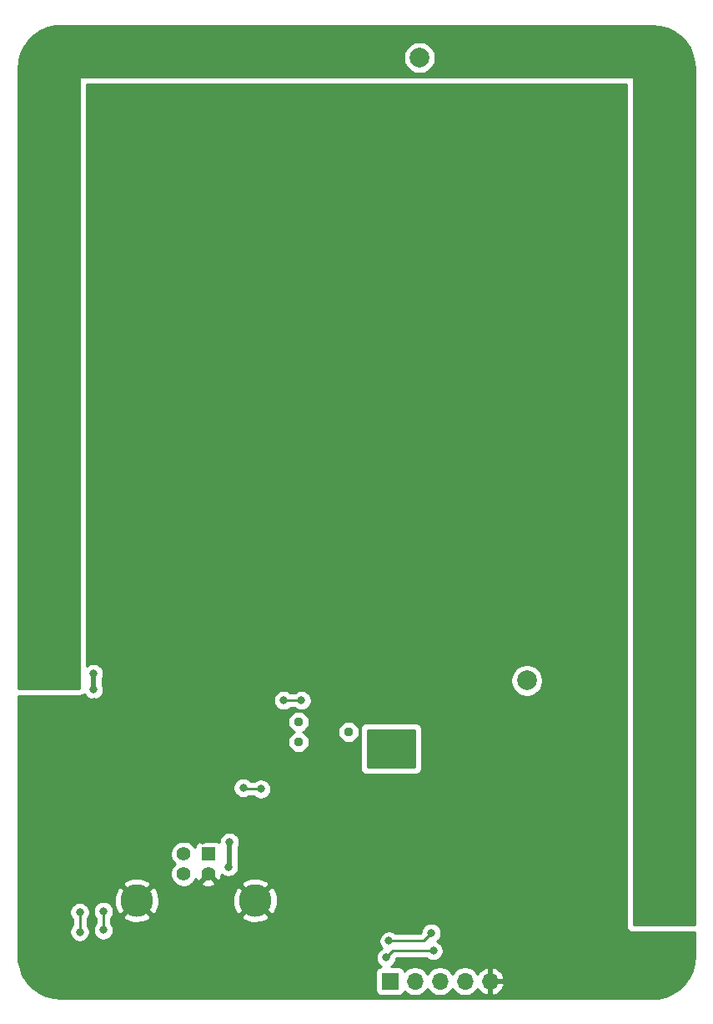
<source format=gbr>
%TF.GenerationSoftware,KiCad,Pcbnew,5.1.6-1.fc32*%
%TF.CreationDate,2020-11-21T02:42:39+01:00*%
%TF.ProjectId,christmas-card,63687269-7374-46d6-9173-2d636172642e,rev?*%
%TF.SameCoordinates,Original*%
%TF.FileFunction,Copper,L2,Bot*%
%TF.FilePolarity,Positive*%
%FSLAX46Y46*%
G04 Gerber Fmt 4.6, Leading zero omitted, Abs format (unit mm)*
G04 Created by KiCad (PCBNEW 5.1.6-1.fc32) date 2020-11-21 02:42:39*
%MOMM*%
%LPD*%
G01*
G04 APERTURE LIST*
%TA.AperFunction,ComponentPad*%
%ADD10C,2.000000*%
%TD*%
%TA.AperFunction,ComponentPad*%
%ADD11C,3.316000*%
%TD*%
%TA.AperFunction,ComponentPad*%
%ADD12C,1.408000*%
%TD*%
%TA.AperFunction,ComponentPad*%
%ADD13R,1.408000X1.408000*%
%TD*%
%TA.AperFunction,ComponentPad*%
%ADD14O,1.700000X1.700000*%
%TD*%
%TA.AperFunction,ComponentPad*%
%ADD15R,1.700000X1.700000*%
%TD*%
%TA.AperFunction,ComponentPad*%
%ADD16C,0.949960*%
%TD*%
%TA.AperFunction,ViaPad*%
%ADD17C,0.800000*%
%TD*%
%TA.AperFunction,Conductor*%
%ADD18C,0.500000*%
%TD*%
%TA.AperFunction,Conductor*%
%ADD19C,0.250000*%
%TD*%
%TA.AperFunction,Conductor*%
%ADD20C,0.254000*%
%TD*%
G04 APERTURE END LIST*
D10*
%TO.P,TP4,1*%
%TO.N,Net-(D29-Pad2)*%
X152300000Y-137100000D03*
%TD*%
%TO.P,TP1,1*%
%TO.N,/LED_CHAIN*%
X141400000Y-73900000D03*
%TD*%
D11*
%TO.P,J2,S2*%
%TO.N,GND*%
X124720000Y-159400000D03*
%TO.P,J2,S1*%
X112680000Y-159400000D03*
D12*
%TO.P,J2,4*%
X119950000Y-156700000D03*
%TO.P,J2,3*%
%TO.N,/USB_D+*%
X117450000Y-156700000D03*
%TO.P,J2,2*%
%TO.N,/USB_D-*%
X117450000Y-154700000D03*
D13*
%TO.P,J2,1*%
%TO.N,+5V*%
X119950000Y-154700000D03*
%TD*%
D14*
%TO.P,J3,5*%
%TO.N,GND*%
X148560000Y-167600000D03*
%TO.P,J3,4*%
%TO.N,/i2c_SDA*%
X146020000Y-167600000D03*
%TO.P,J3,3*%
%TO.N,/i2c_SCL*%
X143480000Y-167600000D03*
%TO.P,J3,2*%
%TO.N,+3V3*%
X140940000Y-167600000D03*
D15*
%TO.P,J3,1*%
%TO.N,+5V*%
X138400000Y-167600000D03*
%TD*%
D16*
%TO.P,J1,0*%
%TO.N,N/C*%
X129120000Y-141284000D03*
X129120000Y-143316000D03*
X134200000Y-142300000D03*
%TD*%
D17*
%TO.N,+3V3*%
X122100000Y-153500000D03*
%TO.N,+5V*%
X137000000Y-143000000D03*
X137000000Y-144000000D03*
X137000000Y-145000000D03*
%TO.N,GND*%
X105400000Y-146400000D03*
X105800000Y-148600000D03*
X108400000Y-139300000D03*
X133500000Y-132400000D03*
X149500000Y-132400000D03*
X157500000Y-132400000D03*
X117500000Y-132500000D03*
X125500000Y-132400000D03*
X125500000Y-116300000D03*
X140100000Y-117600000D03*
X148000000Y-117600000D03*
X135900000Y-109600000D03*
X144000000Y-109600000D03*
X125500000Y-100300000D03*
X131800000Y-101600000D03*
X140000000Y-101600000D03*
X148100000Y-101600000D03*
X128000000Y-93600000D03*
X136100000Y-93600000D03*
X144100000Y-93600000D03*
X133500000Y-84400000D03*
X141500000Y-84400000D03*
X139000000Y-77600000D03*
X153500000Y-124200000D03*
X144000000Y-125700000D03*
X136000000Y-125700000D03*
X128000000Y-125600000D03*
X120000000Y-125600000D03*
X131660000Y-140040000D03*
X135200000Y-152300000D03*
X136300000Y-152300000D03*
X137400000Y-152300000D03*
X137500000Y-153500000D03*
X137500000Y-154900000D03*
X119400000Y-153300000D03*
X131000000Y-147900000D03*
X133400000Y-148000002D03*
X141450012Y-132449988D03*
X133500000Y-116525010D03*
X129449990Y-108450000D03*
X116200002Y-136600000D03*
X123200000Y-136600000D03*
X127300000Y-143400000D03*
X102800000Y-147900000D03*
X105700000Y-144400000D03*
X125300000Y-141599996D03*
X157800000Y-165100000D03*
X160400000Y-168500000D03*
X158100000Y-160700000D03*
%TO.N,+5V*%
X140000000Y-143000000D03*
X140000000Y-144000000D03*
X140000000Y-145000000D03*
X165000000Y-128000000D03*
X165100000Y-120000000D03*
X165200000Y-112500000D03*
X165100000Y-104200000D03*
X165300000Y-88600000D03*
X105200000Y-90400000D03*
X105200000Y-98300000D03*
X105300000Y-114400000D03*
X105300000Y-122300000D03*
X105400000Y-130600000D03*
X166900000Y-128000000D03*
X167000000Y-120000000D03*
X166900000Y-112500000D03*
X166400000Y-104200000D03*
X164000000Y-143000000D03*
X166000000Y-143000000D03*
X166000000Y-144000000D03*
X164000000Y-144000000D03*
X164000000Y-145000000D03*
X166000000Y-145000000D03*
X165000000Y-96400000D03*
X166600000Y-96400000D03*
X105600000Y-106400000D03*
X135737777Y-73713097D03*
X128600000Y-74174990D03*
%TO.N,+3V3*%
X108300000Y-136400000D03*
X108300000Y-138025000D03*
X122000000Y-156000000D03*
%TO.N,/~RST*%
X129400000Y-139100000D03*
X127598959Y-139098959D03*
%TO.N,/SWCLK*%
X125300000Y-148100000D03*
X123500000Y-147975000D03*
%TO.N,/i2c_SDA*%
X142800000Y-164500000D03*
X106900000Y-162599998D03*
X106900000Y-160600000D03*
X138000000Y-165200000D03*
%TO.N,/i2c_SCL*%
X138300000Y-163499994D03*
X109300000Y-162400002D03*
X109300000Y-160499989D03*
X142600000Y-162700000D03*
%TD*%
D18*
%TO.N,+3V3*%
X108300000Y-136400000D02*
X108300000Y-138025000D01*
X122100000Y-155900000D02*
X122000000Y-156000000D01*
X122100000Y-153500000D02*
X122100000Y-155900000D01*
D19*
%TO.N,/~RST*%
X129400000Y-139100000D02*
X127600000Y-139100000D01*
X127600000Y-139100000D02*
X127598959Y-139098959D01*
%TO.N,/SWCLK*%
X125300000Y-148100000D02*
X123600000Y-148100000D01*
X123500000Y-148000000D02*
X123500000Y-147975000D01*
X123600000Y-148100000D02*
X123500000Y-148000000D01*
%TO.N,/i2c_SDA*%
X106900000Y-162599998D02*
X106900000Y-160600000D01*
X142800000Y-164500000D02*
X138700000Y-164500000D01*
X138700000Y-164500000D02*
X138000000Y-165200000D01*
%TO.N,/i2c_SCL*%
X109300000Y-160499989D02*
X109300000Y-162400002D01*
X138300000Y-163499994D02*
X141800006Y-163499994D01*
X141800006Y-163499994D02*
X142600000Y-162700000D01*
%TD*%
D20*
%TO.N,+5V*%
G36*
X165768083Y-70731173D02*
G01*
X166511891Y-70934656D01*
X167207905Y-71266638D01*
X167834130Y-71716626D01*
X168370777Y-72270403D01*
X168800871Y-72910451D01*
X169110829Y-73616553D01*
X169292065Y-74371457D01*
X169340000Y-75024207D01*
X169340001Y-161873000D01*
X163127000Y-161873000D01*
X163127000Y-76000000D01*
X163124560Y-75975224D01*
X163117333Y-75951399D01*
X163105597Y-75929443D01*
X163089803Y-75910197D01*
X163070557Y-75894403D01*
X163048601Y-75882667D01*
X163024776Y-75875440D01*
X163000000Y-75873000D01*
X107000000Y-75873000D01*
X106975224Y-75875440D01*
X106951399Y-75882667D01*
X106929443Y-75894403D01*
X106910197Y-75910197D01*
X106894403Y-75929443D01*
X106882667Y-75951399D01*
X106875440Y-75975224D01*
X106873000Y-76000000D01*
X106873000Y-137873000D01*
X100660000Y-137873000D01*
X100660000Y-75029392D01*
X100731173Y-74231917D01*
X100866028Y-73738967D01*
X139765000Y-73738967D01*
X139765000Y-74061033D01*
X139827832Y-74376912D01*
X139951082Y-74674463D01*
X140130013Y-74942252D01*
X140357748Y-75169987D01*
X140625537Y-75348918D01*
X140923088Y-75472168D01*
X141238967Y-75535000D01*
X141561033Y-75535000D01*
X141876912Y-75472168D01*
X142174463Y-75348918D01*
X142442252Y-75169987D01*
X142669987Y-74942252D01*
X142848918Y-74674463D01*
X142972168Y-74376912D01*
X143035000Y-74061033D01*
X143035000Y-73738967D01*
X142972168Y-73423088D01*
X142848918Y-73125537D01*
X142669987Y-72857748D01*
X142442252Y-72630013D01*
X142174463Y-72451082D01*
X141876912Y-72327832D01*
X141561033Y-72265000D01*
X141238967Y-72265000D01*
X140923088Y-72327832D01*
X140625537Y-72451082D01*
X140357748Y-72630013D01*
X140130013Y-72857748D01*
X139951082Y-73125537D01*
X139827832Y-73423088D01*
X139765000Y-73738967D01*
X100866028Y-73738967D01*
X100934656Y-73488109D01*
X101266638Y-72792095D01*
X101716626Y-72165870D01*
X102270403Y-71629223D01*
X102910451Y-71199129D01*
X103616553Y-70889171D01*
X104371457Y-70707935D01*
X105024207Y-70660000D01*
X164970608Y-70660000D01*
X165768083Y-70731173D01*
G37*
X165768083Y-70731173D02*
X166511891Y-70934656D01*
X167207905Y-71266638D01*
X167834130Y-71716626D01*
X168370777Y-72270403D01*
X168800871Y-72910451D01*
X169110829Y-73616553D01*
X169292065Y-74371457D01*
X169340000Y-75024207D01*
X169340001Y-161873000D01*
X163127000Y-161873000D01*
X163127000Y-76000000D01*
X163124560Y-75975224D01*
X163117333Y-75951399D01*
X163105597Y-75929443D01*
X163089803Y-75910197D01*
X163070557Y-75894403D01*
X163048601Y-75882667D01*
X163024776Y-75875440D01*
X163000000Y-75873000D01*
X107000000Y-75873000D01*
X106975224Y-75875440D01*
X106951399Y-75882667D01*
X106929443Y-75894403D01*
X106910197Y-75910197D01*
X106894403Y-75929443D01*
X106882667Y-75951399D01*
X106875440Y-75975224D01*
X106873000Y-76000000D01*
X106873000Y-137873000D01*
X100660000Y-137873000D01*
X100660000Y-75029392D01*
X100731173Y-74231917D01*
X100866028Y-73738967D01*
X139765000Y-73738967D01*
X139765000Y-74061033D01*
X139827832Y-74376912D01*
X139951082Y-74674463D01*
X140130013Y-74942252D01*
X140357748Y-75169987D01*
X140625537Y-75348918D01*
X140923088Y-75472168D01*
X141238967Y-75535000D01*
X141561033Y-75535000D01*
X141876912Y-75472168D01*
X142174463Y-75348918D01*
X142442252Y-75169987D01*
X142669987Y-74942252D01*
X142848918Y-74674463D01*
X142972168Y-74376912D01*
X143035000Y-74061033D01*
X143035000Y-73738967D01*
X142972168Y-73423088D01*
X142848918Y-73125537D01*
X142669987Y-72857748D01*
X142442252Y-72630013D01*
X142174463Y-72451082D01*
X141876912Y-72327832D01*
X141561033Y-72265000D01*
X141238967Y-72265000D01*
X140923088Y-72327832D01*
X140625537Y-72451082D01*
X140357748Y-72630013D01*
X140130013Y-72857748D01*
X139951082Y-73125537D01*
X139827832Y-73423088D01*
X139765000Y-73738967D01*
X100866028Y-73738967D01*
X100934656Y-73488109D01*
X101266638Y-72792095D01*
X101716626Y-72165870D01*
X102270403Y-71629223D01*
X102910451Y-71199129D01*
X103616553Y-70889171D01*
X104371457Y-70707935D01*
X105024207Y-70660000D01*
X164970608Y-70660000D01*
X165768083Y-70731173D01*
%TO.N,GND*%
G36*
X162365000Y-162000000D02*
G01*
X162377201Y-162123882D01*
X162413336Y-162243004D01*
X162472017Y-162352787D01*
X162550987Y-162449013D01*
X162647213Y-162527983D01*
X162756996Y-162586664D01*
X162876118Y-162622799D01*
X163000000Y-162635000D01*
X169340001Y-162635000D01*
X169340001Y-164970597D01*
X169268827Y-165768083D01*
X169065344Y-166511890D01*
X168733363Y-167207904D01*
X168283374Y-167834130D01*
X167729597Y-168370777D01*
X167089549Y-168800871D01*
X166383447Y-169110829D01*
X165628543Y-169292065D01*
X164975793Y-169340000D01*
X105029392Y-169340000D01*
X104231917Y-169268827D01*
X103488110Y-169065344D01*
X102792096Y-168733363D01*
X102165870Y-168283374D01*
X101629223Y-167729597D01*
X101199129Y-167089549D01*
X101050077Y-166750000D01*
X136911928Y-166750000D01*
X136911928Y-168450000D01*
X136924188Y-168574482D01*
X136960498Y-168694180D01*
X137019463Y-168804494D01*
X137098815Y-168901185D01*
X137195506Y-168980537D01*
X137305820Y-169039502D01*
X137425518Y-169075812D01*
X137550000Y-169088072D01*
X139250000Y-169088072D01*
X139374482Y-169075812D01*
X139494180Y-169039502D01*
X139604494Y-168980537D01*
X139701185Y-168901185D01*
X139780537Y-168804494D01*
X139839502Y-168694180D01*
X139861513Y-168621620D01*
X139993368Y-168753475D01*
X140236589Y-168915990D01*
X140506842Y-169027932D01*
X140793740Y-169085000D01*
X141086260Y-169085000D01*
X141373158Y-169027932D01*
X141643411Y-168915990D01*
X141886632Y-168753475D01*
X142093475Y-168546632D01*
X142210000Y-168372240D01*
X142326525Y-168546632D01*
X142533368Y-168753475D01*
X142776589Y-168915990D01*
X143046842Y-169027932D01*
X143333740Y-169085000D01*
X143626260Y-169085000D01*
X143913158Y-169027932D01*
X144183411Y-168915990D01*
X144426632Y-168753475D01*
X144633475Y-168546632D01*
X144750000Y-168372240D01*
X144866525Y-168546632D01*
X145073368Y-168753475D01*
X145316589Y-168915990D01*
X145586842Y-169027932D01*
X145873740Y-169085000D01*
X146166260Y-169085000D01*
X146453158Y-169027932D01*
X146723411Y-168915990D01*
X146966632Y-168753475D01*
X147173475Y-168546632D01*
X147295195Y-168364466D01*
X147364822Y-168481355D01*
X147559731Y-168697588D01*
X147793080Y-168871641D01*
X148055901Y-168996825D01*
X148203110Y-169041476D01*
X148433000Y-168920155D01*
X148433000Y-167727000D01*
X148687000Y-167727000D01*
X148687000Y-168920155D01*
X148916890Y-169041476D01*
X149064099Y-168996825D01*
X149326920Y-168871641D01*
X149560269Y-168697588D01*
X149755178Y-168481355D01*
X149904157Y-168231252D01*
X150001481Y-167956891D01*
X149880814Y-167727000D01*
X148687000Y-167727000D01*
X148433000Y-167727000D01*
X148413000Y-167727000D01*
X148413000Y-167473000D01*
X148433000Y-167473000D01*
X148433000Y-166279845D01*
X148687000Y-166279845D01*
X148687000Y-167473000D01*
X149880814Y-167473000D01*
X150001481Y-167243109D01*
X149904157Y-166968748D01*
X149755178Y-166718645D01*
X149560269Y-166502412D01*
X149326920Y-166328359D01*
X149064099Y-166203175D01*
X148916890Y-166158524D01*
X148687000Y-166279845D01*
X148433000Y-166279845D01*
X148203110Y-166158524D01*
X148055901Y-166203175D01*
X147793080Y-166328359D01*
X147559731Y-166502412D01*
X147364822Y-166718645D01*
X147295195Y-166835534D01*
X147173475Y-166653368D01*
X146966632Y-166446525D01*
X146723411Y-166284010D01*
X146453158Y-166172068D01*
X146166260Y-166115000D01*
X145873740Y-166115000D01*
X145586842Y-166172068D01*
X145316589Y-166284010D01*
X145073368Y-166446525D01*
X144866525Y-166653368D01*
X144750000Y-166827760D01*
X144633475Y-166653368D01*
X144426632Y-166446525D01*
X144183411Y-166284010D01*
X143913158Y-166172068D01*
X143626260Y-166115000D01*
X143333740Y-166115000D01*
X143046842Y-166172068D01*
X142776589Y-166284010D01*
X142533368Y-166446525D01*
X142326525Y-166653368D01*
X142210000Y-166827760D01*
X142093475Y-166653368D01*
X141886632Y-166446525D01*
X141643411Y-166284010D01*
X141373158Y-166172068D01*
X141086260Y-166115000D01*
X140793740Y-166115000D01*
X140506842Y-166172068D01*
X140236589Y-166284010D01*
X139993368Y-166446525D01*
X139861513Y-166578380D01*
X139839502Y-166505820D01*
X139780537Y-166395506D01*
X139701185Y-166298815D01*
X139604494Y-166219463D01*
X139494180Y-166160498D01*
X139374482Y-166124188D01*
X139250000Y-166111928D01*
X138498154Y-166111928D01*
X138659774Y-166003937D01*
X138803937Y-165859774D01*
X138917205Y-165690256D01*
X138995226Y-165501898D01*
X139035000Y-165301939D01*
X139035000Y-165260000D01*
X142096289Y-165260000D01*
X142140226Y-165303937D01*
X142309744Y-165417205D01*
X142498102Y-165495226D01*
X142698061Y-165535000D01*
X142901939Y-165535000D01*
X143101898Y-165495226D01*
X143290256Y-165417205D01*
X143459774Y-165303937D01*
X143603937Y-165159774D01*
X143717205Y-164990256D01*
X143795226Y-164801898D01*
X143835000Y-164601939D01*
X143835000Y-164398061D01*
X143795226Y-164198102D01*
X143717205Y-164009744D01*
X143603937Y-163840226D01*
X143459774Y-163696063D01*
X143290256Y-163582795D01*
X143198584Y-163544823D01*
X143259774Y-163503937D01*
X143403937Y-163359774D01*
X143517205Y-163190256D01*
X143595226Y-163001898D01*
X143635000Y-162801939D01*
X143635000Y-162598061D01*
X143595226Y-162398102D01*
X143517205Y-162209744D01*
X143403937Y-162040226D01*
X143259774Y-161896063D01*
X143090256Y-161782795D01*
X142901898Y-161704774D01*
X142701939Y-161665000D01*
X142498061Y-161665000D01*
X142298102Y-161704774D01*
X142109744Y-161782795D01*
X141940226Y-161896063D01*
X141796063Y-162040226D01*
X141682795Y-162209744D01*
X141604774Y-162398102D01*
X141565000Y-162598061D01*
X141565000Y-162660199D01*
X141485205Y-162739994D01*
X139003711Y-162739994D01*
X138959774Y-162696057D01*
X138790256Y-162582789D01*
X138601898Y-162504768D01*
X138401939Y-162464994D01*
X138198061Y-162464994D01*
X137998102Y-162504768D01*
X137809744Y-162582789D01*
X137640226Y-162696057D01*
X137496063Y-162840220D01*
X137382795Y-163009738D01*
X137304774Y-163198096D01*
X137265000Y-163398055D01*
X137265000Y-163601933D01*
X137304774Y-163801892D01*
X137382795Y-163990250D01*
X137496063Y-164159768D01*
X137587063Y-164250768D01*
X137509744Y-164282795D01*
X137340226Y-164396063D01*
X137196063Y-164540226D01*
X137082795Y-164709744D01*
X137004774Y-164898102D01*
X136965000Y-165098061D01*
X136965000Y-165301939D01*
X137004774Y-165501898D01*
X137082795Y-165690256D01*
X137196063Y-165859774D01*
X137340226Y-166003937D01*
X137508032Y-166116061D01*
X137425518Y-166124188D01*
X137305820Y-166160498D01*
X137195506Y-166219463D01*
X137098815Y-166298815D01*
X137019463Y-166395506D01*
X136960498Y-166505820D01*
X136924188Y-166625518D01*
X136911928Y-166750000D01*
X101050077Y-166750000D01*
X100889171Y-166383447D01*
X100707935Y-165628543D01*
X100660000Y-164975793D01*
X100660000Y-160498061D01*
X105865000Y-160498061D01*
X105865000Y-160701939D01*
X105904774Y-160901898D01*
X105982795Y-161090256D01*
X106096063Y-161259774D01*
X106140001Y-161303712D01*
X106140000Y-161896287D01*
X106096063Y-161940224D01*
X105982795Y-162109742D01*
X105904774Y-162298100D01*
X105865000Y-162498059D01*
X105865000Y-162701937D01*
X105904774Y-162901896D01*
X105982795Y-163090254D01*
X106096063Y-163259772D01*
X106240226Y-163403935D01*
X106409744Y-163517203D01*
X106598102Y-163595224D01*
X106798061Y-163634998D01*
X107001939Y-163634998D01*
X107201898Y-163595224D01*
X107390256Y-163517203D01*
X107559774Y-163403935D01*
X107703937Y-163259772D01*
X107817205Y-163090254D01*
X107895226Y-162901896D01*
X107935000Y-162701937D01*
X107935000Y-162498059D01*
X107895226Y-162298100D01*
X107817205Y-162109742D01*
X107703937Y-161940224D01*
X107660000Y-161896287D01*
X107660000Y-161303711D01*
X107703937Y-161259774D01*
X107817205Y-161090256D01*
X107895226Y-160901898D01*
X107935000Y-160701939D01*
X107935000Y-160498061D01*
X107915107Y-160398050D01*
X108265000Y-160398050D01*
X108265000Y-160601928D01*
X108304774Y-160801887D01*
X108382795Y-160990245D01*
X108496063Y-161159763D01*
X108540000Y-161203700D01*
X108540001Y-161696290D01*
X108496063Y-161740228D01*
X108382795Y-161909746D01*
X108304774Y-162098104D01*
X108265000Y-162298063D01*
X108265000Y-162501941D01*
X108304774Y-162701900D01*
X108382795Y-162890258D01*
X108496063Y-163059776D01*
X108640226Y-163203939D01*
X108809744Y-163317207D01*
X108998102Y-163395228D01*
X109198061Y-163435002D01*
X109401939Y-163435002D01*
X109601898Y-163395228D01*
X109790256Y-163317207D01*
X109959774Y-163203939D01*
X110103937Y-163059776D01*
X110217205Y-162890258D01*
X110295226Y-162701900D01*
X110335000Y-162501941D01*
X110335000Y-162298063D01*
X110295226Y-162098104D01*
X110217205Y-161909746D01*
X110103937Y-161740228D01*
X110060000Y-161696291D01*
X110060000Y-161203700D01*
X110103937Y-161159763D01*
X110207927Y-161004130D01*
X111255475Y-161004130D01*
X111430491Y-161335867D01*
X111832168Y-161542437D01*
X112266428Y-161666674D01*
X112716581Y-161703804D01*
X113165328Y-161652400D01*
X113595424Y-161514438D01*
X113929509Y-161335867D01*
X114104525Y-161004130D01*
X123295475Y-161004130D01*
X123470491Y-161335867D01*
X123872168Y-161542437D01*
X124306428Y-161666674D01*
X124756581Y-161703804D01*
X125205328Y-161652400D01*
X125635424Y-161514438D01*
X125969509Y-161335867D01*
X126144525Y-161004130D01*
X124720000Y-159579605D01*
X123295475Y-161004130D01*
X114104525Y-161004130D01*
X112680000Y-159579605D01*
X111255475Y-161004130D01*
X110207927Y-161004130D01*
X110217205Y-160990245D01*
X110295226Y-160801887D01*
X110335000Y-160601928D01*
X110335000Y-160398050D01*
X110295226Y-160198091D01*
X110217205Y-160009733D01*
X110103937Y-159840215D01*
X109959774Y-159696052D01*
X109790256Y-159582784D01*
X109601898Y-159504763D01*
X109401939Y-159464989D01*
X109198061Y-159464989D01*
X108998102Y-159504763D01*
X108809744Y-159582784D01*
X108640226Y-159696052D01*
X108496063Y-159840215D01*
X108382795Y-160009733D01*
X108304774Y-160198091D01*
X108265000Y-160398050D01*
X107915107Y-160398050D01*
X107895226Y-160298102D01*
X107817205Y-160109744D01*
X107703937Y-159940226D01*
X107559774Y-159796063D01*
X107390256Y-159682795D01*
X107201898Y-159604774D01*
X107001939Y-159565000D01*
X106798061Y-159565000D01*
X106598102Y-159604774D01*
X106409744Y-159682795D01*
X106240226Y-159796063D01*
X106096063Y-159940226D01*
X105982795Y-160109744D01*
X105904774Y-160298102D01*
X105865000Y-160498061D01*
X100660000Y-160498061D01*
X100660000Y-159436581D01*
X110376196Y-159436581D01*
X110427600Y-159885328D01*
X110565562Y-160315424D01*
X110744133Y-160649509D01*
X111075870Y-160824525D01*
X112500395Y-159400000D01*
X112859605Y-159400000D01*
X114284130Y-160824525D01*
X114615867Y-160649509D01*
X114822437Y-160247832D01*
X114946674Y-159813572D01*
X114977769Y-159436581D01*
X122416196Y-159436581D01*
X122467600Y-159885328D01*
X122605562Y-160315424D01*
X122784133Y-160649509D01*
X123115870Y-160824525D01*
X124540395Y-159400000D01*
X124899605Y-159400000D01*
X126324130Y-160824525D01*
X126655867Y-160649509D01*
X126862437Y-160247832D01*
X126986674Y-159813572D01*
X127023804Y-159363419D01*
X126972400Y-158914672D01*
X126834438Y-158484576D01*
X126655867Y-158150491D01*
X126324130Y-157975475D01*
X124899605Y-159400000D01*
X124540395Y-159400000D01*
X123115870Y-157975475D01*
X122784133Y-158150491D01*
X122577563Y-158552168D01*
X122453326Y-158986428D01*
X122416196Y-159436581D01*
X114977769Y-159436581D01*
X114983804Y-159363419D01*
X114932400Y-158914672D01*
X114794438Y-158484576D01*
X114615867Y-158150491D01*
X114284130Y-157975475D01*
X112859605Y-159400000D01*
X112500395Y-159400000D01*
X111075870Y-157975475D01*
X110744133Y-158150491D01*
X110537563Y-158552168D01*
X110413326Y-158986428D01*
X110376196Y-159436581D01*
X100660000Y-159436581D01*
X100660000Y-157795870D01*
X111255475Y-157795870D01*
X112680000Y-159220395D01*
X114104525Y-157795870D01*
X113929509Y-157464133D01*
X113527832Y-157257563D01*
X113093572Y-157133326D01*
X112643419Y-157096196D01*
X112194672Y-157147600D01*
X111764576Y-157285562D01*
X111430491Y-157464133D01*
X111255475Y-157795870D01*
X100660000Y-157795870D01*
X100660000Y-154568120D01*
X116111000Y-154568120D01*
X116111000Y-154831880D01*
X116162457Y-155090572D01*
X116263393Y-155334254D01*
X116409931Y-155553563D01*
X116556368Y-155700000D01*
X116409931Y-155846437D01*
X116263393Y-156065746D01*
X116162457Y-156309428D01*
X116111000Y-156568120D01*
X116111000Y-156831880D01*
X116162457Y-157090572D01*
X116263393Y-157334254D01*
X116409931Y-157553563D01*
X116596437Y-157740069D01*
X116815746Y-157886607D01*
X117059428Y-157987543D01*
X117318120Y-158039000D01*
X117581880Y-158039000D01*
X117840572Y-157987543D01*
X118084254Y-157886607D01*
X118303563Y-157740069D01*
X118419504Y-157624128D01*
X119205477Y-157624128D01*
X119265423Y-157858305D01*
X119504551Y-157969602D01*
X119760797Y-158032109D01*
X120024314Y-158043425D01*
X120284976Y-158003114D01*
X120532764Y-157912724D01*
X120634577Y-157858305D01*
X120650559Y-157795870D01*
X123295475Y-157795870D01*
X124720000Y-159220395D01*
X126144525Y-157795870D01*
X125969509Y-157464133D01*
X125567832Y-157257563D01*
X125133572Y-157133326D01*
X124683419Y-157096196D01*
X124234672Y-157147600D01*
X123804576Y-157285562D01*
X123470491Y-157464133D01*
X123295475Y-157795870D01*
X120650559Y-157795870D01*
X120694523Y-157624128D01*
X119950000Y-156879605D01*
X119205477Y-157624128D01*
X118419504Y-157624128D01*
X118490069Y-157553563D01*
X118636607Y-157334254D01*
X118700122Y-157180914D01*
X118737276Y-157282764D01*
X118791695Y-157384577D01*
X119025872Y-157444523D01*
X119770395Y-156700000D01*
X119756253Y-156685858D01*
X119935858Y-156506253D01*
X119950000Y-156520395D01*
X119964143Y-156506253D01*
X120143748Y-156685858D01*
X120129605Y-156700000D01*
X120874128Y-157444523D01*
X121108305Y-157384577D01*
X121219602Y-157145449D01*
X121282109Y-156889203D01*
X121288013Y-156751724D01*
X121340226Y-156803937D01*
X121509744Y-156917205D01*
X121698102Y-156995226D01*
X121898061Y-157035000D01*
X122101939Y-157035000D01*
X122301898Y-156995226D01*
X122490256Y-156917205D01*
X122659774Y-156803937D01*
X122803937Y-156659774D01*
X122917205Y-156490256D01*
X122995226Y-156301898D01*
X123035000Y-156101939D01*
X123035000Y-155898061D01*
X122995226Y-155698102D01*
X122985000Y-155673414D01*
X122985000Y-154038454D01*
X123017205Y-153990256D01*
X123095226Y-153801898D01*
X123135000Y-153601939D01*
X123135000Y-153398061D01*
X123095226Y-153198102D01*
X123017205Y-153009744D01*
X122903937Y-152840226D01*
X122759774Y-152696063D01*
X122590256Y-152582795D01*
X122401898Y-152504774D01*
X122201939Y-152465000D01*
X121998061Y-152465000D01*
X121798102Y-152504774D01*
X121609744Y-152582795D01*
X121440226Y-152696063D01*
X121296063Y-152840226D01*
X121182795Y-153009744D01*
X121104774Y-153198102D01*
X121065000Y-153398061D01*
X121065000Y-153511836D01*
X121008494Y-153465463D01*
X120898180Y-153406498D01*
X120778482Y-153370188D01*
X120654000Y-153357928D01*
X119246000Y-153357928D01*
X119121518Y-153370188D01*
X119001820Y-153406498D01*
X118891506Y-153465463D01*
X118794815Y-153544815D01*
X118715463Y-153641506D01*
X118656498Y-153751820D01*
X118620188Y-153871518D01*
X118607928Y-153996000D01*
X118607928Y-154022825D01*
X118490069Y-153846437D01*
X118303563Y-153659931D01*
X118084254Y-153513393D01*
X117840572Y-153412457D01*
X117581880Y-153361000D01*
X117318120Y-153361000D01*
X117059428Y-153412457D01*
X116815746Y-153513393D01*
X116596437Y-153659931D01*
X116409931Y-153846437D01*
X116263393Y-154065746D01*
X116162457Y-154309428D01*
X116111000Y-154568120D01*
X100660000Y-154568120D01*
X100660000Y-147873061D01*
X122465000Y-147873061D01*
X122465000Y-148076939D01*
X122504774Y-148276898D01*
X122582795Y-148465256D01*
X122696063Y-148634774D01*
X122840226Y-148778937D01*
X123009744Y-148892205D01*
X123198102Y-148970226D01*
X123398061Y-149010000D01*
X123601939Y-149010000D01*
X123801898Y-148970226D01*
X123990256Y-148892205D01*
X124038454Y-148860000D01*
X124596289Y-148860000D01*
X124640226Y-148903937D01*
X124809744Y-149017205D01*
X124998102Y-149095226D01*
X125198061Y-149135000D01*
X125401939Y-149135000D01*
X125601898Y-149095226D01*
X125790256Y-149017205D01*
X125959774Y-148903937D01*
X126103937Y-148759774D01*
X126217205Y-148590256D01*
X126295226Y-148401898D01*
X126335000Y-148201939D01*
X126335000Y-147998061D01*
X126295226Y-147798102D01*
X126217205Y-147609744D01*
X126103937Y-147440226D01*
X125959774Y-147296063D01*
X125790256Y-147182795D01*
X125601898Y-147104774D01*
X125401939Y-147065000D01*
X125198061Y-147065000D01*
X124998102Y-147104774D01*
X124809744Y-147182795D01*
X124640226Y-147296063D01*
X124596289Y-147340000D01*
X124320490Y-147340000D01*
X124303937Y-147315226D01*
X124159774Y-147171063D01*
X123990256Y-147057795D01*
X123801898Y-146979774D01*
X123601939Y-146940000D01*
X123398061Y-146940000D01*
X123198102Y-146979774D01*
X123009744Y-147057795D01*
X122840226Y-147171063D01*
X122696063Y-147315226D01*
X122582795Y-147484744D01*
X122504774Y-147673102D01*
X122465000Y-147873061D01*
X100660000Y-147873061D01*
X100660000Y-141174676D01*
X128010020Y-141174676D01*
X128010020Y-141393324D01*
X128052676Y-141607769D01*
X128136348Y-141809773D01*
X128257822Y-141991571D01*
X128412429Y-142146178D01*
X128594227Y-142267652D01*
X128672323Y-142300000D01*
X128594227Y-142332348D01*
X128412429Y-142453822D01*
X128257822Y-142608429D01*
X128136348Y-142790227D01*
X128052676Y-142992231D01*
X128010020Y-143206676D01*
X128010020Y-143425324D01*
X128052676Y-143639769D01*
X128136348Y-143841773D01*
X128257822Y-144023571D01*
X128412429Y-144178178D01*
X128594227Y-144299652D01*
X128796231Y-144383324D01*
X129010676Y-144425980D01*
X129229324Y-144425980D01*
X129443769Y-144383324D01*
X129645773Y-144299652D01*
X129827571Y-144178178D01*
X129982178Y-144023571D01*
X130103652Y-143841773D01*
X130187324Y-143639769D01*
X130229980Y-143425324D01*
X130229980Y-143206676D01*
X130187324Y-142992231D01*
X130103652Y-142790227D01*
X129982178Y-142608429D01*
X129827571Y-142453822D01*
X129645773Y-142332348D01*
X129567677Y-142300000D01*
X129645773Y-142267652D01*
X129760975Y-142190676D01*
X133090020Y-142190676D01*
X133090020Y-142409324D01*
X133132676Y-142623769D01*
X133216348Y-142825773D01*
X133337822Y-143007571D01*
X133492429Y-143162178D01*
X133674227Y-143283652D01*
X133876231Y-143367324D01*
X134090676Y-143409980D01*
X134309324Y-143409980D01*
X134523769Y-143367324D01*
X134725773Y-143283652D01*
X134907571Y-143162178D01*
X135062178Y-143007571D01*
X135183652Y-142825773D01*
X135267324Y-142623769D01*
X135309980Y-142409324D01*
X135309980Y-142190676D01*
X135272052Y-142000000D01*
X135365000Y-142000000D01*
X135365000Y-146000000D01*
X135377201Y-146123882D01*
X135413336Y-146243004D01*
X135472017Y-146352787D01*
X135550987Y-146449013D01*
X135647213Y-146527983D01*
X135756996Y-146586664D01*
X135876118Y-146622799D01*
X136000000Y-146635000D01*
X141000000Y-146635000D01*
X141123882Y-146622799D01*
X141243004Y-146586664D01*
X141352787Y-146527983D01*
X141449013Y-146449013D01*
X141527983Y-146352787D01*
X141586664Y-146243004D01*
X141622799Y-146123882D01*
X141635000Y-146000000D01*
X141635000Y-142000000D01*
X141622799Y-141876118D01*
X141586664Y-141756996D01*
X141527983Y-141647213D01*
X141449013Y-141550987D01*
X141352787Y-141472017D01*
X141243004Y-141413336D01*
X141123882Y-141377201D01*
X141000000Y-141365000D01*
X136000000Y-141365000D01*
X135876118Y-141377201D01*
X135756996Y-141413336D01*
X135647213Y-141472017D01*
X135550987Y-141550987D01*
X135472017Y-141647213D01*
X135413336Y-141756996D01*
X135377201Y-141876118D01*
X135365000Y-142000000D01*
X135272052Y-142000000D01*
X135267324Y-141976231D01*
X135183652Y-141774227D01*
X135062178Y-141592429D01*
X134907571Y-141437822D01*
X134725773Y-141316348D01*
X134523769Y-141232676D01*
X134309324Y-141190020D01*
X134090676Y-141190020D01*
X133876231Y-141232676D01*
X133674227Y-141316348D01*
X133492429Y-141437822D01*
X133337822Y-141592429D01*
X133216348Y-141774227D01*
X133132676Y-141976231D01*
X133090020Y-142190676D01*
X129760975Y-142190676D01*
X129827571Y-142146178D01*
X129982178Y-141991571D01*
X130103652Y-141809773D01*
X130187324Y-141607769D01*
X130229980Y-141393324D01*
X130229980Y-141174676D01*
X130187324Y-140960231D01*
X130103652Y-140758227D01*
X129982178Y-140576429D01*
X129827571Y-140421822D01*
X129645773Y-140300348D01*
X129443769Y-140216676D01*
X129229324Y-140174020D01*
X129010676Y-140174020D01*
X128796231Y-140216676D01*
X128594227Y-140300348D01*
X128412429Y-140421822D01*
X128257822Y-140576429D01*
X128136348Y-140758227D01*
X128052676Y-140960231D01*
X128010020Y-141174676D01*
X100660000Y-141174676D01*
X100660000Y-138635000D01*
X107000000Y-138635000D01*
X107123882Y-138622799D01*
X107243004Y-138586664D01*
X107352787Y-138527983D01*
X107379116Y-138506375D01*
X107382795Y-138515256D01*
X107496063Y-138684774D01*
X107640226Y-138828937D01*
X107809744Y-138942205D01*
X107998102Y-139020226D01*
X108198061Y-139060000D01*
X108401939Y-139060000D01*
X108601898Y-139020226D01*
X108657921Y-138997020D01*
X126563959Y-138997020D01*
X126563959Y-139200898D01*
X126603733Y-139400857D01*
X126681754Y-139589215D01*
X126795022Y-139758733D01*
X126939185Y-139902896D01*
X127108703Y-140016164D01*
X127297061Y-140094185D01*
X127497020Y-140133959D01*
X127700898Y-140133959D01*
X127900857Y-140094185D01*
X128089215Y-140016164D01*
X128258733Y-139902896D01*
X128301629Y-139860000D01*
X128696289Y-139860000D01*
X128740226Y-139903937D01*
X128909744Y-140017205D01*
X129098102Y-140095226D01*
X129298061Y-140135000D01*
X129501939Y-140135000D01*
X129701898Y-140095226D01*
X129890256Y-140017205D01*
X130059774Y-139903937D01*
X130203937Y-139759774D01*
X130317205Y-139590256D01*
X130395226Y-139401898D01*
X130435000Y-139201939D01*
X130435000Y-138998061D01*
X130395226Y-138798102D01*
X130317205Y-138609744D01*
X130203937Y-138440226D01*
X130059774Y-138296063D01*
X129890256Y-138182795D01*
X129701898Y-138104774D01*
X129501939Y-138065000D01*
X129298061Y-138065000D01*
X129098102Y-138104774D01*
X128909744Y-138182795D01*
X128740226Y-138296063D01*
X128696289Y-138340000D01*
X128303711Y-138340000D01*
X128258733Y-138295022D01*
X128089215Y-138181754D01*
X127900857Y-138103733D01*
X127700898Y-138063959D01*
X127497020Y-138063959D01*
X127297061Y-138103733D01*
X127108703Y-138181754D01*
X126939185Y-138295022D01*
X126795022Y-138439185D01*
X126681754Y-138608703D01*
X126603733Y-138797061D01*
X126563959Y-138997020D01*
X108657921Y-138997020D01*
X108790256Y-138942205D01*
X108959774Y-138828937D01*
X109103937Y-138684774D01*
X109217205Y-138515256D01*
X109295226Y-138326898D01*
X109335000Y-138126939D01*
X109335000Y-137923061D01*
X109295226Y-137723102D01*
X109217205Y-137534744D01*
X109185000Y-137486546D01*
X109185000Y-136938967D01*
X150665000Y-136938967D01*
X150665000Y-137261033D01*
X150727832Y-137576912D01*
X150851082Y-137874463D01*
X151030013Y-138142252D01*
X151257748Y-138369987D01*
X151525537Y-138548918D01*
X151823088Y-138672168D01*
X152138967Y-138735000D01*
X152461033Y-138735000D01*
X152776912Y-138672168D01*
X153074463Y-138548918D01*
X153342252Y-138369987D01*
X153569987Y-138142252D01*
X153748918Y-137874463D01*
X153872168Y-137576912D01*
X153935000Y-137261033D01*
X153935000Y-136938967D01*
X153872168Y-136623088D01*
X153748918Y-136325537D01*
X153569987Y-136057748D01*
X153342252Y-135830013D01*
X153074463Y-135651082D01*
X152776912Y-135527832D01*
X152461033Y-135465000D01*
X152138967Y-135465000D01*
X151823088Y-135527832D01*
X151525537Y-135651082D01*
X151257748Y-135830013D01*
X151030013Y-136057748D01*
X150851082Y-136325537D01*
X150727832Y-136623088D01*
X150665000Y-136938967D01*
X109185000Y-136938967D01*
X109185000Y-136938454D01*
X109217205Y-136890256D01*
X109295226Y-136701898D01*
X109335000Y-136501939D01*
X109335000Y-136298061D01*
X109295226Y-136098102D01*
X109217205Y-135909744D01*
X109103937Y-135740226D01*
X108959774Y-135596063D01*
X108790256Y-135482795D01*
X108601898Y-135404774D01*
X108401939Y-135365000D01*
X108198061Y-135365000D01*
X107998102Y-135404774D01*
X107809744Y-135482795D01*
X107640226Y-135596063D01*
X107635000Y-135601289D01*
X107635000Y-76635000D01*
X162365000Y-76635000D01*
X162365000Y-162000000D01*
G37*
X162365000Y-162000000D02*
X162377201Y-162123882D01*
X162413336Y-162243004D01*
X162472017Y-162352787D01*
X162550987Y-162449013D01*
X162647213Y-162527983D01*
X162756996Y-162586664D01*
X162876118Y-162622799D01*
X163000000Y-162635000D01*
X169340001Y-162635000D01*
X169340001Y-164970597D01*
X169268827Y-165768083D01*
X169065344Y-166511890D01*
X168733363Y-167207904D01*
X168283374Y-167834130D01*
X167729597Y-168370777D01*
X167089549Y-168800871D01*
X166383447Y-169110829D01*
X165628543Y-169292065D01*
X164975793Y-169340000D01*
X105029392Y-169340000D01*
X104231917Y-169268827D01*
X103488110Y-169065344D01*
X102792096Y-168733363D01*
X102165870Y-168283374D01*
X101629223Y-167729597D01*
X101199129Y-167089549D01*
X101050077Y-166750000D01*
X136911928Y-166750000D01*
X136911928Y-168450000D01*
X136924188Y-168574482D01*
X136960498Y-168694180D01*
X137019463Y-168804494D01*
X137098815Y-168901185D01*
X137195506Y-168980537D01*
X137305820Y-169039502D01*
X137425518Y-169075812D01*
X137550000Y-169088072D01*
X139250000Y-169088072D01*
X139374482Y-169075812D01*
X139494180Y-169039502D01*
X139604494Y-168980537D01*
X139701185Y-168901185D01*
X139780537Y-168804494D01*
X139839502Y-168694180D01*
X139861513Y-168621620D01*
X139993368Y-168753475D01*
X140236589Y-168915990D01*
X140506842Y-169027932D01*
X140793740Y-169085000D01*
X141086260Y-169085000D01*
X141373158Y-169027932D01*
X141643411Y-168915990D01*
X141886632Y-168753475D01*
X142093475Y-168546632D01*
X142210000Y-168372240D01*
X142326525Y-168546632D01*
X142533368Y-168753475D01*
X142776589Y-168915990D01*
X143046842Y-169027932D01*
X143333740Y-169085000D01*
X143626260Y-169085000D01*
X143913158Y-169027932D01*
X144183411Y-168915990D01*
X144426632Y-168753475D01*
X144633475Y-168546632D01*
X144750000Y-168372240D01*
X144866525Y-168546632D01*
X145073368Y-168753475D01*
X145316589Y-168915990D01*
X145586842Y-169027932D01*
X145873740Y-169085000D01*
X146166260Y-169085000D01*
X146453158Y-169027932D01*
X146723411Y-168915990D01*
X146966632Y-168753475D01*
X147173475Y-168546632D01*
X147295195Y-168364466D01*
X147364822Y-168481355D01*
X147559731Y-168697588D01*
X147793080Y-168871641D01*
X148055901Y-168996825D01*
X148203110Y-169041476D01*
X148433000Y-168920155D01*
X148433000Y-167727000D01*
X148687000Y-167727000D01*
X148687000Y-168920155D01*
X148916890Y-169041476D01*
X149064099Y-168996825D01*
X149326920Y-168871641D01*
X149560269Y-168697588D01*
X149755178Y-168481355D01*
X149904157Y-168231252D01*
X150001481Y-167956891D01*
X149880814Y-167727000D01*
X148687000Y-167727000D01*
X148433000Y-167727000D01*
X148413000Y-167727000D01*
X148413000Y-167473000D01*
X148433000Y-167473000D01*
X148433000Y-166279845D01*
X148687000Y-166279845D01*
X148687000Y-167473000D01*
X149880814Y-167473000D01*
X150001481Y-167243109D01*
X149904157Y-166968748D01*
X149755178Y-166718645D01*
X149560269Y-166502412D01*
X149326920Y-166328359D01*
X149064099Y-166203175D01*
X148916890Y-166158524D01*
X148687000Y-166279845D01*
X148433000Y-166279845D01*
X148203110Y-166158524D01*
X148055901Y-166203175D01*
X147793080Y-166328359D01*
X147559731Y-166502412D01*
X147364822Y-166718645D01*
X147295195Y-166835534D01*
X147173475Y-166653368D01*
X146966632Y-166446525D01*
X146723411Y-166284010D01*
X146453158Y-166172068D01*
X146166260Y-166115000D01*
X145873740Y-166115000D01*
X145586842Y-166172068D01*
X145316589Y-166284010D01*
X145073368Y-166446525D01*
X144866525Y-166653368D01*
X144750000Y-166827760D01*
X144633475Y-166653368D01*
X144426632Y-166446525D01*
X144183411Y-166284010D01*
X143913158Y-166172068D01*
X143626260Y-166115000D01*
X143333740Y-166115000D01*
X143046842Y-166172068D01*
X142776589Y-166284010D01*
X142533368Y-166446525D01*
X142326525Y-166653368D01*
X142210000Y-166827760D01*
X142093475Y-166653368D01*
X141886632Y-166446525D01*
X141643411Y-166284010D01*
X141373158Y-166172068D01*
X141086260Y-166115000D01*
X140793740Y-166115000D01*
X140506842Y-166172068D01*
X140236589Y-166284010D01*
X139993368Y-166446525D01*
X139861513Y-166578380D01*
X139839502Y-166505820D01*
X139780537Y-166395506D01*
X139701185Y-166298815D01*
X139604494Y-166219463D01*
X139494180Y-166160498D01*
X139374482Y-166124188D01*
X139250000Y-166111928D01*
X138498154Y-166111928D01*
X138659774Y-166003937D01*
X138803937Y-165859774D01*
X138917205Y-165690256D01*
X138995226Y-165501898D01*
X139035000Y-165301939D01*
X139035000Y-165260000D01*
X142096289Y-165260000D01*
X142140226Y-165303937D01*
X142309744Y-165417205D01*
X142498102Y-165495226D01*
X142698061Y-165535000D01*
X142901939Y-165535000D01*
X143101898Y-165495226D01*
X143290256Y-165417205D01*
X143459774Y-165303937D01*
X143603937Y-165159774D01*
X143717205Y-164990256D01*
X143795226Y-164801898D01*
X143835000Y-164601939D01*
X143835000Y-164398061D01*
X143795226Y-164198102D01*
X143717205Y-164009744D01*
X143603937Y-163840226D01*
X143459774Y-163696063D01*
X143290256Y-163582795D01*
X143198584Y-163544823D01*
X143259774Y-163503937D01*
X143403937Y-163359774D01*
X143517205Y-163190256D01*
X143595226Y-163001898D01*
X143635000Y-162801939D01*
X143635000Y-162598061D01*
X143595226Y-162398102D01*
X143517205Y-162209744D01*
X143403937Y-162040226D01*
X143259774Y-161896063D01*
X143090256Y-161782795D01*
X142901898Y-161704774D01*
X142701939Y-161665000D01*
X142498061Y-161665000D01*
X142298102Y-161704774D01*
X142109744Y-161782795D01*
X141940226Y-161896063D01*
X141796063Y-162040226D01*
X141682795Y-162209744D01*
X141604774Y-162398102D01*
X141565000Y-162598061D01*
X141565000Y-162660199D01*
X141485205Y-162739994D01*
X139003711Y-162739994D01*
X138959774Y-162696057D01*
X138790256Y-162582789D01*
X138601898Y-162504768D01*
X138401939Y-162464994D01*
X138198061Y-162464994D01*
X137998102Y-162504768D01*
X137809744Y-162582789D01*
X137640226Y-162696057D01*
X137496063Y-162840220D01*
X137382795Y-163009738D01*
X137304774Y-163198096D01*
X137265000Y-163398055D01*
X137265000Y-163601933D01*
X137304774Y-163801892D01*
X137382795Y-163990250D01*
X137496063Y-164159768D01*
X137587063Y-164250768D01*
X137509744Y-164282795D01*
X137340226Y-164396063D01*
X137196063Y-164540226D01*
X137082795Y-164709744D01*
X137004774Y-164898102D01*
X136965000Y-165098061D01*
X136965000Y-165301939D01*
X137004774Y-165501898D01*
X137082795Y-165690256D01*
X137196063Y-165859774D01*
X137340226Y-166003937D01*
X137508032Y-166116061D01*
X137425518Y-166124188D01*
X137305820Y-166160498D01*
X137195506Y-166219463D01*
X137098815Y-166298815D01*
X137019463Y-166395506D01*
X136960498Y-166505820D01*
X136924188Y-166625518D01*
X136911928Y-166750000D01*
X101050077Y-166750000D01*
X100889171Y-166383447D01*
X100707935Y-165628543D01*
X100660000Y-164975793D01*
X100660000Y-160498061D01*
X105865000Y-160498061D01*
X105865000Y-160701939D01*
X105904774Y-160901898D01*
X105982795Y-161090256D01*
X106096063Y-161259774D01*
X106140001Y-161303712D01*
X106140000Y-161896287D01*
X106096063Y-161940224D01*
X105982795Y-162109742D01*
X105904774Y-162298100D01*
X105865000Y-162498059D01*
X105865000Y-162701937D01*
X105904774Y-162901896D01*
X105982795Y-163090254D01*
X106096063Y-163259772D01*
X106240226Y-163403935D01*
X106409744Y-163517203D01*
X106598102Y-163595224D01*
X106798061Y-163634998D01*
X107001939Y-163634998D01*
X107201898Y-163595224D01*
X107390256Y-163517203D01*
X107559774Y-163403935D01*
X107703937Y-163259772D01*
X107817205Y-163090254D01*
X107895226Y-162901896D01*
X107935000Y-162701937D01*
X107935000Y-162498059D01*
X107895226Y-162298100D01*
X107817205Y-162109742D01*
X107703937Y-161940224D01*
X107660000Y-161896287D01*
X107660000Y-161303711D01*
X107703937Y-161259774D01*
X107817205Y-161090256D01*
X107895226Y-160901898D01*
X107935000Y-160701939D01*
X107935000Y-160498061D01*
X107915107Y-160398050D01*
X108265000Y-160398050D01*
X108265000Y-160601928D01*
X108304774Y-160801887D01*
X108382795Y-160990245D01*
X108496063Y-161159763D01*
X108540000Y-161203700D01*
X108540001Y-161696290D01*
X108496063Y-161740228D01*
X108382795Y-161909746D01*
X108304774Y-162098104D01*
X108265000Y-162298063D01*
X108265000Y-162501941D01*
X108304774Y-162701900D01*
X108382795Y-162890258D01*
X108496063Y-163059776D01*
X108640226Y-163203939D01*
X108809744Y-163317207D01*
X108998102Y-163395228D01*
X109198061Y-163435002D01*
X109401939Y-163435002D01*
X109601898Y-163395228D01*
X109790256Y-163317207D01*
X109959774Y-163203939D01*
X110103937Y-163059776D01*
X110217205Y-162890258D01*
X110295226Y-162701900D01*
X110335000Y-162501941D01*
X110335000Y-162298063D01*
X110295226Y-162098104D01*
X110217205Y-161909746D01*
X110103937Y-161740228D01*
X110060000Y-161696291D01*
X110060000Y-161203700D01*
X110103937Y-161159763D01*
X110207927Y-161004130D01*
X111255475Y-161004130D01*
X111430491Y-161335867D01*
X111832168Y-161542437D01*
X112266428Y-161666674D01*
X112716581Y-161703804D01*
X113165328Y-161652400D01*
X113595424Y-161514438D01*
X113929509Y-161335867D01*
X114104525Y-161004130D01*
X123295475Y-161004130D01*
X123470491Y-161335867D01*
X123872168Y-161542437D01*
X124306428Y-161666674D01*
X124756581Y-161703804D01*
X125205328Y-161652400D01*
X125635424Y-161514438D01*
X125969509Y-161335867D01*
X126144525Y-161004130D01*
X124720000Y-159579605D01*
X123295475Y-161004130D01*
X114104525Y-161004130D01*
X112680000Y-159579605D01*
X111255475Y-161004130D01*
X110207927Y-161004130D01*
X110217205Y-160990245D01*
X110295226Y-160801887D01*
X110335000Y-160601928D01*
X110335000Y-160398050D01*
X110295226Y-160198091D01*
X110217205Y-160009733D01*
X110103937Y-159840215D01*
X109959774Y-159696052D01*
X109790256Y-159582784D01*
X109601898Y-159504763D01*
X109401939Y-159464989D01*
X109198061Y-159464989D01*
X108998102Y-159504763D01*
X108809744Y-159582784D01*
X108640226Y-159696052D01*
X108496063Y-159840215D01*
X108382795Y-160009733D01*
X108304774Y-160198091D01*
X108265000Y-160398050D01*
X107915107Y-160398050D01*
X107895226Y-160298102D01*
X107817205Y-160109744D01*
X107703937Y-159940226D01*
X107559774Y-159796063D01*
X107390256Y-159682795D01*
X107201898Y-159604774D01*
X107001939Y-159565000D01*
X106798061Y-159565000D01*
X106598102Y-159604774D01*
X106409744Y-159682795D01*
X106240226Y-159796063D01*
X106096063Y-159940226D01*
X105982795Y-160109744D01*
X105904774Y-160298102D01*
X105865000Y-160498061D01*
X100660000Y-160498061D01*
X100660000Y-159436581D01*
X110376196Y-159436581D01*
X110427600Y-159885328D01*
X110565562Y-160315424D01*
X110744133Y-160649509D01*
X111075870Y-160824525D01*
X112500395Y-159400000D01*
X112859605Y-159400000D01*
X114284130Y-160824525D01*
X114615867Y-160649509D01*
X114822437Y-160247832D01*
X114946674Y-159813572D01*
X114977769Y-159436581D01*
X122416196Y-159436581D01*
X122467600Y-159885328D01*
X122605562Y-160315424D01*
X122784133Y-160649509D01*
X123115870Y-160824525D01*
X124540395Y-159400000D01*
X124899605Y-159400000D01*
X126324130Y-160824525D01*
X126655867Y-160649509D01*
X126862437Y-160247832D01*
X126986674Y-159813572D01*
X127023804Y-159363419D01*
X126972400Y-158914672D01*
X126834438Y-158484576D01*
X126655867Y-158150491D01*
X126324130Y-157975475D01*
X124899605Y-159400000D01*
X124540395Y-159400000D01*
X123115870Y-157975475D01*
X122784133Y-158150491D01*
X122577563Y-158552168D01*
X122453326Y-158986428D01*
X122416196Y-159436581D01*
X114977769Y-159436581D01*
X114983804Y-159363419D01*
X114932400Y-158914672D01*
X114794438Y-158484576D01*
X114615867Y-158150491D01*
X114284130Y-157975475D01*
X112859605Y-159400000D01*
X112500395Y-159400000D01*
X111075870Y-157975475D01*
X110744133Y-158150491D01*
X110537563Y-158552168D01*
X110413326Y-158986428D01*
X110376196Y-159436581D01*
X100660000Y-159436581D01*
X100660000Y-157795870D01*
X111255475Y-157795870D01*
X112680000Y-159220395D01*
X114104525Y-157795870D01*
X113929509Y-157464133D01*
X113527832Y-157257563D01*
X113093572Y-157133326D01*
X112643419Y-157096196D01*
X112194672Y-157147600D01*
X111764576Y-157285562D01*
X111430491Y-157464133D01*
X111255475Y-157795870D01*
X100660000Y-157795870D01*
X100660000Y-154568120D01*
X116111000Y-154568120D01*
X116111000Y-154831880D01*
X116162457Y-155090572D01*
X116263393Y-155334254D01*
X116409931Y-155553563D01*
X116556368Y-155700000D01*
X116409931Y-155846437D01*
X116263393Y-156065746D01*
X116162457Y-156309428D01*
X116111000Y-156568120D01*
X116111000Y-156831880D01*
X116162457Y-157090572D01*
X116263393Y-157334254D01*
X116409931Y-157553563D01*
X116596437Y-157740069D01*
X116815746Y-157886607D01*
X117059428Y-157987543D01*
X117318120Y-158039000D01*
X117581880Y-158039000D01*
X117840572Y-157987543D01*
X118084254Y-157886607D01*
X118303563Y-157740069D01*
X118419504Y-157624128D01*
X119205477Y-157624128D01*
X119265423Y-157858305D01*
X119504551Y-157969602D01*
X119760797Y-158032109D01*
X120024314Y-158043425D01*
X120284976Y-158003114D01*
X120532764Y-157912724D01*
X120634577Y-157858305D01*
X120650559Y-157795870D01*
X123295475Y-157795870D01*
X124720000Y-159220395D01*
X126144525Y-157795870D01*
X125969509Y-157464133D01*
X125567832Y-157257563D01*
X125133572Y-157133326D01*
X124683419Y-157096196D01*
X124234672Y-157147600D01*
X123804576Y-157285562D01*
X123470491Y-157464133D01*
X123295475Y-157795870D01*
X120650559Y-157795870D01*
X120694523Y-157624128D01*
X119950000Y-156879605D01*
X119205477Y-157624128D01*
X118419504Y-157624128D01*
X118490069Y-157553563D01*
X118636607Y-157334254D01*
X118700122Y-157180914D01*
X118737276Y-157282764D01*
X118791695Y-157384577D01*
X119025872Y-157444523D01*
X119770395Y-156700000D01*
X119756253Y-156685858D01*
X119935858Y-156506253D01*
X119950000Y-156520395D01*
X119964143Y-156506253D01*
X120143748Y-156685858D01*
X120129605Y-156700000D01*
X120874128Y-157444523D01*
X121108305Y-157384577D01*
X121219602Y-157145449D01*
X121282109Y-156889203D01*
X121288013Y-156751724D01*
X121340226Y-156803937D01*
X121509744Y-156917205D01*
X121698102Y-156995226D01*
X121898061Y-157035000D01*
X122101939Y-157035000D01*
X122301898Y-156995226D01*
X122490256Y-156917205D01*
X122659774Y-156803937D01*
X122803937Y-156659774D01*
X122917205Y-156490256D01*
X122995226Y-156301898D01*
X123035000Y-156101939D01*
X123035000Y-155898061D01*
X122995226Y-155698102D01*
X122985000Y-155673414D01*
X122985000Y-154038454D01*
X123017205Y-153990256D01*
X123095226Y-153801898D01*
X123135000Y-153601939D01*
X123135000Y-153398061D01*
X123095226Y-153198102D01*
X123017205Y-153009744D01*
X122903937Y-152840226D01*
X122759774Y-152696063D01*
X122590256Y-152582795D01*
X122401898Y-152504774D01*
X122201939Y-152465000D01*
X121998061Y-152465000D01*
X121798102Y-152504774D01*
X121609744Y-152582795D01*
X121440226Y-152696063D01*
X121296063Y-152840226D01*
X121182795Y-153009744D01*
X121104774Y-153198102D01*
X121065000Y-153398061D01*
X121065000Y-153511836D01*
X121008494Y-153465463D01*
X120898180Y-153406498D01*
X120778482Y-153370188D01*
X120654000Y-153357928D01*
X119246000Y-153357928D01*
X119121518Y-153370188D01*
X119001820Y-153406498D01*
X118891506Y-153465463D01*
X118794815Y-153544815D01*
X118715463Y-153641506D01*
X118656498Y-153751820D01*
X118620188Y-153871518D01*
X118607928Y-153996000D01*
X118607928Y-154022825D01*
X118490069Y-153846437D01*
X118303563Y-153659931D01*
X118084254Y-153513393D01*
X117840572Y-153412457D01*
X117581880Y-153361000D01*
X117318120Y-153361000D01*
X117059428Y-153412457D01*
X116815746Y-153513393D01*
X116596437Y-153659931D01*
X116409931Y-153846437D01*
X116263393Y-154065746D01*
X116162457Y-154309428D01*
X116111000Y-154568120D01*
X100660000Y-154568120D01*
X100660000Y-147873061D01*
X122465000Y-147873061D01*
X122465000Y-148076939D01*
X122504774Y-148276898D01*
X122582795Y-148465256D01*
X122696063Y-148634774D01*
X122840226Y-148778937D01*
X123009744Y-148892205D01*
X123198102Y-148970226D01*
X123398061Y-149010000D01*
X123601939Y-149010000D01*
X123801898Y-148970226D01*
X123990256Y-148892205D01*
X124038454Y-148860000D01*
X124596289Y-148860000D01*
X124640226Y-148903937D01*
X124809744Y-149017205D01*
X124998102Y-149095226D01*
X125198061Y-149135000D01*
X125401939Y-149135000D01*
X125601898Y-149095226D01*
X125790256Y-149017205D01*
X125959774Y-148903937D01*
X126103937Y-148759774D01*
X126217205Y-148590256D01*
X126295226Y-148401898D01*
X126335000Y-148201939D01*
X126335000Y-147998061D01*
X126295226Y-147798102D01*
X126217205Y-147609744D01*
X126103937Y-147440226D01*
X125959774Y-147296063D01*
X125790256Y-147182795D01*
X125601898Y-147104774D01*
X125401939Y-147065000D01*
X125198061Y-147065000D01*
X124998102Y-147104774D01*
X124809744Y-147182795D01*
X124640226Y-147296063D01*
X124596289Y-147340000D01*
X124320490Y-147340000D01*
X124303937Y-147315226D01*
X124159774Y-147171063D01*
X123990256Y-147057795D01*
X123801898Y-146979774D01*
X123601939Y-146940000D01*
X123398061Y-146940000D01*
X123198102Y-146979774D01*
X123009744Y-147057795D01*
X122840226Y-147171063D01*
X122696063Y-147315226D01*
X122582795Y-147484744D01*
X122504774Y-147673102D01*
X122465000Y-147873061D01*
X100660000Y-147873061D01*
X100660000Y-141174676D01*
X128010020Y-141174676D01*
X128010020Y-141393324D01*
X128052676Y-141607769D01*
X128136348Y-141809773D01*
X128257822Y-141991571D01*
X128412429Y-142146178D01*
X128594227Y-142267652D01*
X128672323Y-142300000D01*
X128594227Y-142332348D01*
X128412429Y-142453822D01*
X128257822Y-142608429D01*
X128136348Y-142790227D01*
X128052676Y-142992231D01*
X128010020Y-143206676D01*
X128010020Y-143425324D01*
X128052676Y-143639769D01*
X128136348Y-143841773D01*
X128257822Y-144023571D01*
X128412429Y-144178178D01*
X128594227Y-144299652D01*
X128796231Y-144383324D01*
X129010676Y-144425980D01*
X129229324Y-144425980D01*
X129443769Y-144383324D01*
X129645773Y-144299652D01*
X129827571Y-144178178D01*
X129982178Y-144023571D01*
X130103652Y-143841773D01*
X130187324Y-143639769D01*
X130229980Y-143425324D01*
X130229980Y-143206676D01*
X130187324Y-142992231D01*
X130103652Y-142790227D01*
X129982178Y-142608429D01*
X129827571Y-142453822D01*
X129645773Y-142332348D01*
X129567677Y-142300000D01*
X129645773Y-142267652D01*
X129760975Y-142190676D01*
X133090020Y-142190676D01*
X133090020Y-142409324D01*
X133132676Y-142623769D01*
X133216348Y-142825773D01*
X133337822Y-143007571D01*
X133492429Y-143162178D01*
X133674227Y-143283652D01*
X133876231Y-143367324D01*
X134090676Y-143409980D01*
X134309324Y-143409980D01*
X134523769Y-143367324D01*
X134725773Y-143283652D01*
X134907571Y-143162178D01*
X135062178Y-143007571D01*
X135183652Y-142825773D01*
X135267324Y-142623769D01*
X135309980Y-142409324D01*
X135309980Y-142190676D01*
X135272052Y-142000000D01*
X135365000Y-142000000D01*
X135365000Y-146000000D01*
X135377201Y-146123882D01*
X135413336Y-146243004D01*
X135472017Y-146352787D01*
X135550987Y-146449013D01*
X135647213Y-146527983D01*
X135756996Y-146586664D01*
X135876118Y-146622799D01*
X136000000Y-146635000D01*
X141000000Y-146635000D01*
X141123882Y-146622799D01*
X141243004Y-146586664D01*
X141352787Y-146527983D01*
X141449013Y-146449013D01*
X141527983Y-146352787D01*
X141586664Y-146243004D01*
X141622799Y-146123882D01*
X141635000Y-146000000D01*
X141635000Y-142000000D01*
X141622799Y-141876118D01*
X141586664Y-141756996D01*
X141527983Y-141647213D01*
X141449013Y-141550987D01*
X141352787Y-141472017D01*
X141243004Y-141413336D01*
X141123882Y-141377201D01*
X141000000Y-141365000D01*
X136000000Y-141365000D01*
X135876118Y-141377201D01*
X135756996Y-141413336D01*
X135647213Y-141472017D01*
X135550987Y-141550987D01*
X135472017Y-141647213D01*
X135413336Y-141756996D01*
X135377201Y-141876118D01*
X135365000Y-142000000D01*
X135272052Y-142000000D01*
X135267324Y-141976231D01*
X135183652Y-141774227D01*
X135062178Y-141592429D01*
X134907571Y-141437822D01*
X134725773Y-141316348D01*
X134523769Y-141232676D01*
X134309324Y-141190020D01*
X134090676Y-141190020D01*
X133876231Y-141232676D01*
X133674227Y-141316348D01*
X133492429Y-141437822D01*
X133337822Y-141592429D01*
X133216348Y-141774227D01*
X133132676Y-141976231D01*
X133090020Y-142190676D01*
X129760975Y-142190676D01*
X129827571Y-142146178D01*
X129982178Y-141991571D01*
X130103652Y-141809773D01*
X130187324Y-141607769D01*
X130229980Y-141393324D01*
X130229980Y-141174676D01*
X130187324Y-140960231D01*
X130103652Y-140758227D01*
X129982178Y-140576429D01*
X129827571Y-140421822D01*
X129645773Y-140300348D01*
X129443769Y-140216676D01*
X129229324Y-140174020D01*
X129010676Y-140174020D01*
X128796231Y-140216676D01*
X128594227Y-140300348D01*
X128412429Y-140421822D01*
X128257822Y-140576429D01*
X128136348Y-140758227D01*
X128052676Y-140960231D01*
X128010020Y-141174676D01*
X100660000Y-141174676D01*
X100660000Y-138635000D01*
X107000000Y-138635000D01*
X107123882Y-138622799D01*
X107243004Y-138586664D01*
X107352787Y-138527983D01*
X107379116Y-138506375D01*
X107382795Y-138515256D01*
X107496063Y-138684774D01*
X107640226Y-138828937D01*
X107809744Y-138942205D01*
X107998102Y-139020226D01*
X108198061Y-139060000D01*
X108401939Y-139060000D01*
X108601898Y-139020226D01*
X108657921Y-138997020D01*
X126563959Y-138997020D01*
X126563959Y-139200898D01*
X126603733Y-139400857D01*
X126681754Y-139589215D01*
X126795022Y-139758733D01*
X126939185Y-139902896D01*
X127108703Y-140016164D01*
X127297061Y-140094185D01*
X127497020Y-140133959D01*
X127700898Y-140133959D01*
X127900857Y-140094185D01*
X128089215Y-140016164D01*
X128258733Y-139902896D01*
X128301629Y-139860000D01*
X128696289Y-139860000D01*
X128740226Y-139903937D01*
X128909744Y-140017205D01*
X129098102Y-140095226D01*
X129298061Y-140135000D01*
X129501939Y-140135000D01*
X129701898Y-140095226D01*
X129890256Y-140017205D01*
X130059774Y-139903937D01*
X130203937Y-139759774D01*
X130317205Y-139590256D01*
X130395226Y-139401898D01*
X130435000Y-139201939D01*
X130435000Y-138998061D01*
X130395226Y-138798102D01*
X130317205Y-138609744D01*
X130203937Y-138440226D01*
X130059774Y-138296063D01*
X129890256Y-138182795D01*
X129701898Y-138104774D01*
X129501939Y-138065000D01*
X129298061Y-138065000D01*
X129098102Y-138104774D01*
X128909744Y-138182795D01*
X128740226Y-138296063D01*
X128696289Y-138340000D01*
X128303711Y-138340000D01*
X128258733Y-138295022D01*
X128089215Y-138181754D01*
X127900857Y-138103733D01*
X127700898Y-138063959D01*
X127497020Y-138063959D01*
X127297061Y-138103733D01*
X127108703Y-138181754D01*
X126939185Y-138295022D01*
X126795022Y-138439185D01*
X126681754Y-138608703D01*
X126603733Y-138797061D01*
X126563959Y-138997020D01*
X108657921Y-138997020D01*
X108790256Y-138942205D01*
X108959774Y-138828937D01*
X109103937Y-138684774D01*
X109217205Y-138515256D01*
X109295226Y-138326898D01*
X109335000Y-138126939D01*
X109335000Y-137923061D01*
X109295226Y-137723102D01*
X109217205Y-137534744D01*
X109185000Y-137486546D01*
X109185000Y-136938967D01*
X150665000Y-136938967D01*
X150665000Y-137261033D01*
X150727832Y-137576912D01*
X150851082Y-137874463D01*
X151030013Y-138142252D01*
X151257748Y-138369987D01*
X151525537Y-138548918D01*
X151823088Y-138672168D01*
X152138967Y-138735000D01*
X152461033Y-138735000D01*
X152776912Y-138672168D01*
X153074463Y-138548918D01*
X153342252Y-138369987D01*
X153569987Y-138142252D01*
X153748918Y-137874463D01*
X153872168Y-137576912D01*
X153935000Y-137261033D01*
X153935000Y-136938967D01*
X153872168Y-136623088D01*
X153748918Y-136325537D01*
X153569987Y-136057748D01*
X153342252Y-135830013D01*
X153074463Y-135651082D01*
X152776912Y-135527832D01*
X152461033Y-135465000D01*
X152138967Y-135465000D01*
X151823088Y-135527832D01*
X151525537Y-135651082D01*
X151257748Y-135830013D01*
X151030013Y-136057748D01*
X150851082Y-136325537D01*
X150727832Y-136623088D01*
X150665000Y-136938967D01*
X109185000Y-136938967D01*
X109185000Y-136938454D01*
X109217205Y-136890256D01*
X109295226Y-136701898D01*
X109335000Y-136501939D01*
X109335000Y-136298061D01*
X109295226Y-136098102D01*
X109217205Y-135909744D01*
X109103937Y-135740226D01*
X108959774Y-135596063D01*
X108790256Y-135482795D01*
X108601898Y-135404774D01*
X108401939Y-135365000D01*
X108198061Y-135365000D01*
X107998102Y-135404774D01*
X107809744Y-135482795D01*
X107640226Y-135596063D01*
X107635000Y-135601289D01*
X107635000Y-76635000D01*
X162365000Y-76635000D01*
X162365000Y-162000000D01*
%TO.N,+5V*%
G36*
X140873000Y-145873000D02*
G01*
X136127000Y-145873000D01*
X136127000Y-142127000D01*
X140873000Y-142127000D01*
X140873000Y-145873000D01*
G37*
X140873000Y-145873000D02*
X136127000Y-145873000D01*
X136127000Y-142127000D01*
X140873000Y-142127000D01*
X140873000Y-145873000D01*
%TD*%
M02*

</source>
